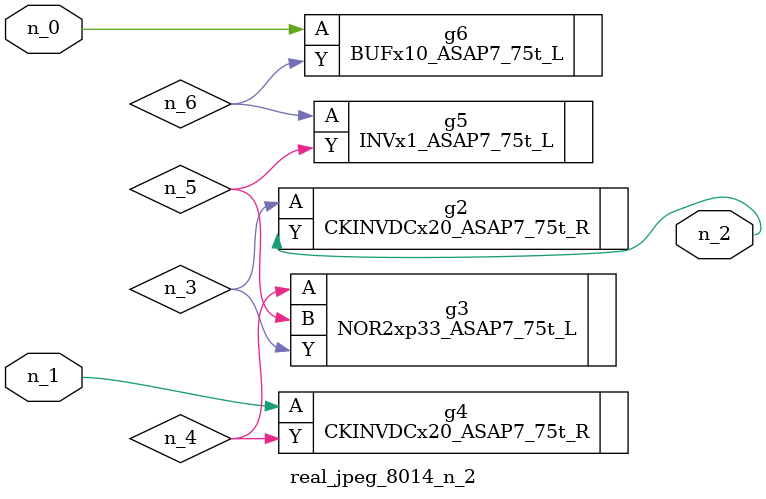
<source format=v>
module real_jpeg_8014_n_2 (n_1, n_0, n_2);

input n_1;
input n_0;

output n_2;

wire n_5;
wire n_4;
wire n_6;
wire n_3;

BUFx10_ASAP7_75t_L g6 ( 
.A(n_0),
.Y(n_6)
);

CKINVDCx20_ASAP7_75t_R g4 ( 
.A(n_1),
.Y(n_4)
);

CKINVDCx20_ASAP7_75t_R g2 ( 
.A(n_3),
.Y(n_2)
);

NOR2xp33_ASAP7_75t_L g3 ( 
.A(n_4),
.B(n_5),
.Y(n_3)
);

INVx1_ASAP7_75t_L g5 ( 
.A(n_6),
.Y(n_5)
);


endmodule
</source>
